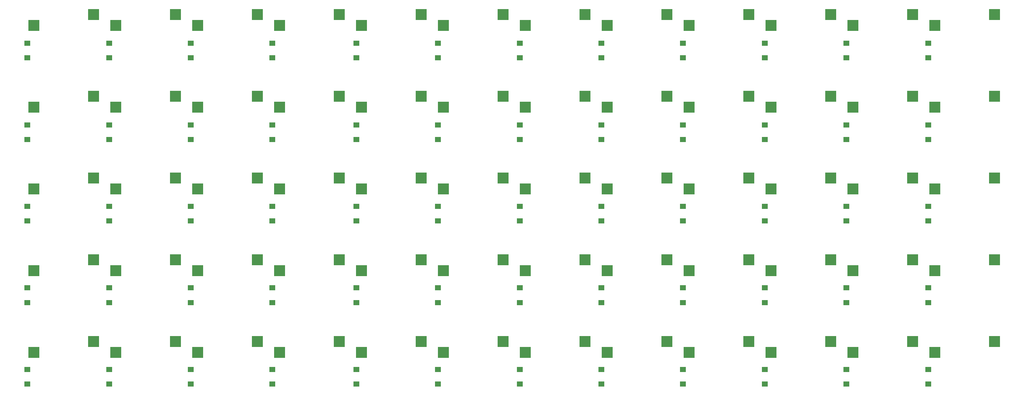
<source format=gbp>
%TF.GenerationSoftware,KiCad,Pcbnew,5.1.10*%
%TF.CreationDate,2021-06-15T19:04:48-05:00*%
%TF.ProjectId,olkbd_ble,6f6c6b62-645f-4626-9c65-2e6b69636164,rev?*%
%TF.SameCoordinates,Original*%
%TF.FileFunction,Paste,Bot*%
%TF.FilePolarity,Positive*%
%FSLAX46Y46*%
G04 Gerber Fmt 4.6, Leading zero omitted, Abs format (unit mm)*
G04 Created by KiCad (PCBNEW 5.1.10) date 2021-06-15 19:04:48*
%MOMM*%
%LPD*%
G01*
G04 APERTURE LIST*
%ADD10R,1.400000X1.200000*%
%ADD11R,2.550000X2.500000*%
G04 APERTURE END LIST*
D10*
%TO.C,D58*%
X319362500Y-207287500D03*
X319362500Y-203887500D03*
%TD*%
D11*
%TO.C,K32*%
X225664500Y-180785500D03*
X239514500Y-178245500D03*
%TD*%
%TO.C,K33*%
X225664500Y-199835500D03*
X239514500Y-197295500D03*
%TD*%
%TO.C,K42*%
X263764500Y-180785500D03*
X277614500Y-178245500D03*
%TD*%
%TO.C,K31*%
X225664500Y-161735500D03*
X239514500Y-159195500D03*
%TD*%
%TO.C,K24*%
X187564500Y-218885500D03*
X201414500Y-216345500D03*
%TD*%
%TO.C,K41*%
X263764500Y-161735500D03*
X277614500Y-159195500D03*
%TD*%
%TO.C,K34*%
X225664500Y-218885500D03*
X239514500Y-216345500D03*
%TD*%
%TO.C,K23*%
X187564500Y-199835500D03*
X201414500Y-197295500D03*
%TD*%
D10*
%TO.C,D59*%
X319362500Y-226287500D03*
X319362500Y-222887500D03*
%TD*%
%TO.C,D54*%
X300362500Y-226287500D03*
X300362500Y-222887500D03*
%TD*%
%TO.C,D15*%
X147862500Y-245287500D03*
X147862500Y-241887500D03*
%TD*%
%TO.C,D4*%
X109862500Y-226287500D03*
X109862500Y-222887500D03*
%TD*%
%TO.C,D50*%
X281362500Y-245287500D03*
X281362500Y-241887500D03*
%TD*%
%TO.C,D11*%
X147862500Y-169287500D03*
X147862500Y-165887500D03*
%TD*%
D11*
%TO.C,K19*%
X168514500Y-218885500D03*
X182364500Y-216345500D03*
%TD*%
D10*
%TO.C,D57*%
X319362500Y-188287500D03*
X319362500Y-184887500D03*
%TD*%
D11*
%TO.C,K22*%
X187564500Y-180785500D03*
X201414500Y-178245500D03*
%TD*%
D10*
%TO.C,D10*%
X128862500Y-245287500D03*
X128862500Y-241887500D03*
%TD*%
D11*
%TO.C,K45*%
X263764500Y-237935500D03*
X277614500Y-235395500D03*
%TD*%
%TO.C,K20*%
X168514500Y-237935500D03*
X182364500Y-235395500D03*
%TD*%
D10*
%TO.C,D1*%
X109862500Y-169287500D03*
X109862500Y-165887500D03*
%TD*%
D11*
%TO.C,K30*%
X206614500Y-237935500D03*
X220464500Y-235395500D03*
%TD*%
%TO.C,K28*%
X206614500Y-199835500D03*
X220464500Y-197295500D03*
%TD*%
%TO.C,K25*%
X187564500Y-237935500D03*
X201414500Y-235395500D03*
%TD*%
D10*
%TO.C,D60*%
X319362500Y-245287500D03*
X319362500Y-241887500D03*
%TD*%
D11*
%TO.C,K51*%
X301864500Y-161735500D03*
X315714500Y-159195500D03*
%TD*%
%TO.C,K10*%
X130414500Y-237935500D03*
X144264500Y-235395500D03*
%TD*%
%TO.C,K57*%
X320914500Y-180785500D03*
X334764500Y-178245500D03*
%TD*%
D10*
%TO.C,D9*%
X128862500Y-226287500D03*
X128862500Y-222887500D03*
%TD*%
D11*
%TO.C,K58*%
X320914500Y-199835500D03*
X334764500Y-197295500D03*
%TD*%
D10*
%TO.C,D28*%
X205362500Y-207287500D03*
X205362500Y-203887500D03*
%TD*%
%TO.C,D25*%
X186362500Y-245287500D03*
X186362500Y-241887500D03*
%TD*%
%TO.C,D20*%
X166862500Y-245287500D03*
X166862500Y-241887500D03*
%TD*%
%TO.C,D21*%
X186362500Y-169287500D03*
X186362500Y-165887500D03*
%TD*%
D11*
%TO.C,K56*%
X320914500Y-161735500D03*
X334764500Y-159195500D03*
%TD*%
D10*
%TO.C,D39*%
X243362500Y-226287500D03*
X243362500Y-222887500D03*
%TD*%
%TO.C,D45*%
X262362500Y-245287500D03*
X262362500Y-241887500D03*
%TD*%
D11*
%TO.C,K17*%
X168514500Y-180785500D03*
X182364500Y-178245500D03*
%TD*%
D10*
%TO.C,D6*%
X128862500Y-169287500D03*
X128862500Y-165887500D03*
%TD*%
D11*
%TO.C,K43*%
X263764500Y-199835500D03*
X277614500Y-197295500D03*
%TD*%
D10*
%TO.C,D36*%
X243362500Y-169287500D03*
X243362500Y-165887500D03*
%TD*%
D11*
%TO.C,K39*%
X244714500Y-218885500D03*
X258564500Y-216345500D03*
%TD*%
D10*
%TO.C,D33*%
X224362500Y-207287500D03*
X224362500Y-203887500D03*
%TD*%
D11*
%TO.C,K18*%
X168514500Y-199835500D03*
X182364500Y-197295500D03*
%TD*%
D10*
%TO.C,D53*%
X300362500Y-207287500D03*
X300362500Y-203887500D03*
%TD*%
D11*
%TO.C,K3*%
X111364500Y-199835500D03*
X125214500Y-197295500D03*
%TD*%
%TO.C,K48*%
X282814500Y-199835500D03*
X296664500Y-197295500D03*
%TD*%
%TO.C,K6*%
X130414500Y-161735500D03*
X144264500Y-159195500D03*
%TD*%
D10*
%TO.C,D22*%
X186362500Y-188287500D03*
X186362500Y-184887500D03*
%TD*%
%TO.C,D49*%
X281362500Y-226287500D03*
X281362500Y-222887500D03*
%TD*%
D11*
%TO.C,K7*%
X130414500Y-180785500D03*
X144264500Y-178245500D03*
%TD*%
%TO.C,K53*%
X301864500Y-199835500D03*
X315714500Y-197295500D03*
%TD*%
D10*
%TO.C,D40*%
X243362500Y-245287500D03*
X243362500Y-241887500D03*
%TD*%
%TO.C,D19*%
X166862500Y-226287500D03*
X166862500Y-222887500D03*
%TD*%
D11*
%TO.C,K16*%
X168514500Y-161735500D03*
X182364500Y-159195500D03*
%TD*%
D10*
%TO.C,D3*%
X109862500Y-207287500D03*
X109862500Y-203887500D03*
%TD*%
D11*
%TO.C,K54*%
X301864500Y-218885500D03*
X315714500Y-216345500D03*
%TD*%
%TO.C,K36*%
X244714500Y-161735500D03*
X258564500Y-159195500D03*
%TD*%
%TO.C,K27*%
X206614500Y-180785500D03*
X220464500Y-178245500D03*
%TD*%
%TO.C,K26*%
X206614500Y-161735500D03*
X220464500Y-159195500D03*
%TD*%
D10*
%TO.C,D5*%
X109862500Y-245287500D03*
X109862500Y-241887500D03*
%TD*%
D11*
%TO.C,K37*%
X244714500Y-180785500D03*
X258564500Y-178245500D03*
%TD*%
%TO.C,K44*%
X263764500Y-218885500D03*
X277614500Y-216345500D03*
%TD*%
D10*
%TO.C,D35*%
X224362500Y-245287500D03*
X224362500Y-241887500D03*
%TD*%
%TO.C,D27*%
X205362500Y-188287500D03*
X205362500Y-184887500D03*
%TD*%
%TO.C,D44*%
X262362500Y-226287500D03*
X262362500Y-222887500D03*
%TD*%
%TO.C,D47*%
X281362500Y-188287500D03*
X281362500Y-184887500D03*
%TD*%
%TO.C,D2*%
X109862500Y-188287500D03*
X109862500Y-184887500D03*
%TD*%
%TO.C,D26*%
X205362500Y-169287500D03*
X205362500Y-165887500D03*
%TD*%
%TO.C,D30*%
X205362500Y-245287500D03*
X205362500Y-241887500D03*
%TD*%
%TO.C,D31*%
X224362500Y-169287500D03*
X224362500Y-165887500D03*
%TD*%
%TO.C,D51*%
X300362500Y-169287500D03*
X300362500Y-165887500D03*
%TD*%
D11*
%TO.C,K59*%
X320914500Y-218885500D03*
X334764500Y-216345500D03*
%TD*%
D10*
%TO.C,D8*%
X128862500Y-207287500D03*
X128862500Y-203887500D03*
%TD*%
D11*
%TO.C,K11*%
X149464500Y-161735500D03*
X163314500Y-159195500D03*
%TD*%
%TO.C,K13*%
X149464500Y-199835500D03*
X163314500Y-197295500D03*
%TD*%
%TO.C,K38*%
X244714500Y-199835500D03*
X258564500Y-197295500D03*
%TD*%
%TO.C,K49*%
X282814500Y-218885500D03*
X296664500Y-216345500D03*
%TD*%
%TO.C,K50*%
X282814500Y-237935500D03*
X296664500Y-235395500D03*
%TD*%
D10*
%TO.C,D13*%
X147862500Y-207287500D03*
X147862500Y-203887500D03*
%TD*%
%TO.C,D56*%
X319362500Y-169287500D03*
X319362500Y-165887500D03*
%TD*%
D11*
%TO.C,K40*%
X244714500Y-237935500D03*
X258564500Y-235395500D03*
%TD*%
D10*
%TO.C,D23*%
X186362500Y-207287500D03*
X186362500Y-203887500D03*
%TD*%
%TO.C,D52*%
X300362500Y-188287500D03*
X300362500Y-184887500D03*
%TD*%
D11*
%TO.C,K29*%
X206614500Y-218885500D03*
X220464500Y-216345500D03*
%TD*%
D10*
%TO.C,D38*%
X243362500Y-207287500D03*
X243362500Y-203887500D03*
%TD*%
%TO.C,D43*%
X262362500Y-207287500D03*
X262362500Y-203887500D03*
%TD*%
D11*
%TO.C,K21*%
X187564500Y-161735500D03*
X201414500Y-159195500D03*
%TD*%
%TO.C,K5*%
X111364500Y-237935500D03*
X125214500Y-235395500D03*
%TD*%
D10*
%TO.C,D29*%
X205362500Y-226287500D03*
X205362500Y-222887500D03*
%TD*%
%TO.C,D41*%
X262362500Y-169287500D03*
X262362500Y-165887500D03*
%TD*%
%TO.C,D32*%
X224362500Y-188287500D03*
X224362500Y-184887500D03*
%TD*%
%TO.C,D48*%
X281362500Y-207287500D03*
X281362500Y-203887500D03*
%TD*%
D11*
%TO.C,K4*%
X111364500Y-218885500D03*
X125214500Y-216345500D03*
%TD*%
%TO.C,K8*%
X130414500Y-199835500D03*
X144264500Y-197295500D03*
%TD*%
%TO.C,K35*%
X225664500Y-237935500D03*
X239514500Y-235395500D03*
%TD*%
%TO.C,K52*%
X301864500Y-180785500D03*
X315714500Y-178245500D03*
%TD*%
%TO.C,K60*%
X320914500Y-237935500D03*
X334764500Y-235395500D03*
%TD*%
D10*
%TO.C,D17*%
X166862500Y-188287500D03*
X166862500Y-184887500D03*
%TD*%
%TO.C,D34*%
X224362500Y-226287500D03*
X224362500Y-222887500D03*
%TD*%
%TO.C,D12*%
X147862500Y-188287500D03*
X147862500Y-184887500D03*
%TD*%
%TO.C,D16*%
X166862500Y-169287500D03*
X166862500Y-165887500D03*
%TD*%
%TO.C,D46*%
X281362500Y-169287500D03*
X281362500Y-165887500D03*
%TD*%
D11*
%TO.C,K55*%
X301864500Y-237935500D03*
X315714500Y-235395500D03*
%TD*%
D10*
%TO.C,D37*%
X243362500Y-188287500D03*
X243362500Y-184887500D03*
%TD*%
%TO.C,D24*%
X186362500Y-226287500D03*
X186362500Y-222887500D03*
%TD*%
%TO.C,D14*%
X147862500Y-226287500D03*
X147862500Y-222887500D03*
%TD*%
D11*
%TO.C,K12*%
X149464500Y-180785500D03*
X163314500Y-178245500D03*
%TD*%
%TO.C,K1*%
X111364500Y-161735500D03*
X125214500Y-159195500D03*
%TD*%
D10*
%TO.C,D42*%
X262362500Y-188287500D03*
X262362500Y-184887500D03*
%TD*%
D11*
%TO.C,K14*%
X149464500Y-218885500D03*
X163314500Y-216345500D03*
%TD*%
D10*
%TO.C,D55*%
X300362500Y-245287500D03*
X300362500Y-241887500D03*
%TD*%
%TO.C,D18*%
X166862500Y-207287500D03*
X166862500Y-203887500D03*
%TD*%
D11*
%TO.C,K47*%
X282814500Y-180785500D03*
X296664500Y-178245500D03*
%TD*%
%TO.C,K46*%
X282814500Y-161735500D03*
X296664500Y-159195500D03*
%TD*%
%TO.C,K9*%
X130414500Y-218885500D03*
X144264500Y-216345500D03*
%TD*%
%TO.C,K15*%
X149464500Y-237935500D03*
X163314500Y-235395500D03*
%TD*%
%TO.C,K2*%
X111364500Y-180785500D03*
X125214500Y-178245500D03*
%TD*%
D10*
%TO.C,D7*%
X128862500Y-188287500D03*
X128862500Y-184887500D03*
%TD*%
M02*

</source>
